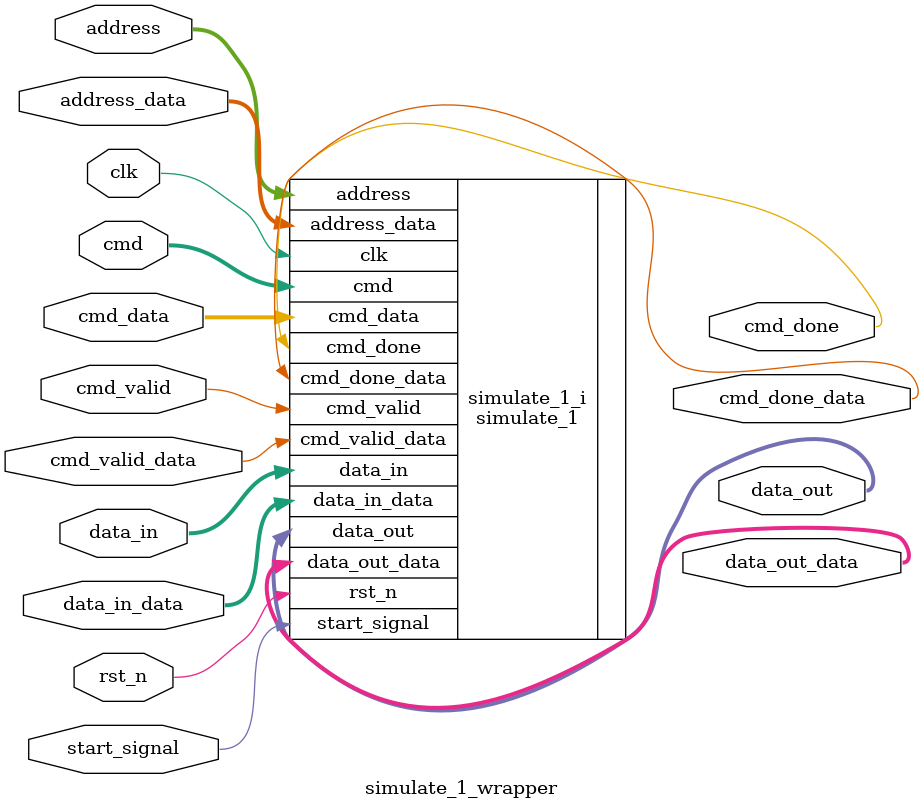
<source format=v>
`timescale 1 ps / 1 ps

module simulate_1_wrapper
   (address,
    address_data,
    clk,
    cmd,
    cmd_data,
    cmd_done,
    cmd_done_data,
    cmd_valid,
    cmd_valid_data,
    data_in,
    data_in_data,
    data_out,
    data_out_data,
    rst_n,
    start_signal);
  input [7:0]address;
  input [7:0]address_data;
  input clk;
  input [7:0]cmd;
  input [7:0]cmd_data;
  output cmd_done;
  output cmd_done_data;
  input cmd_valid;
  input cmd_valid_data;
  input [7:0]data_in;
  input [7:0]data_in_data;
  output [7:0]data_out;
  output [7:0]data_out_data;
  input rst_n;
  input start_signal;

  wire [7:0]address;
  wire [7:0]address_data;
  wire clk;
  wire [7:0]cmd;
  wire [7:0]cmd_data;
  wire cmd_done;
  wire cmd_done_data;
  wire cmd_valid;
  wire cmd_valid_data;
  wire [7:0]data_in;
  wire [7:0]data_in_data;
  wire [7:0]data_out;
  wire [7:0]data_out_data;
  wire rst_n;
  wire start_signal;

  simulate_1 simulate_1_i
       (.address(address),
        .address_data(address_data),
        .clk(clk),
        .cmd(cmd),
        .cmd_data(cmd_data),
        .cmd_done(cmd_done),
        .cmd_done_data(cmd_done_data),
        .cmd_valid(cmd_valid),
        .cmd_valid_data(cmd_valid_data),
        .data_in(data_in),
        .data_in_data(data_in_data),
        .data_out(data_out),
        .data_out_data(data_out_data),
        .rst_n(rst_n),
        .start_signal(start_signal));
endmodule

</source>
